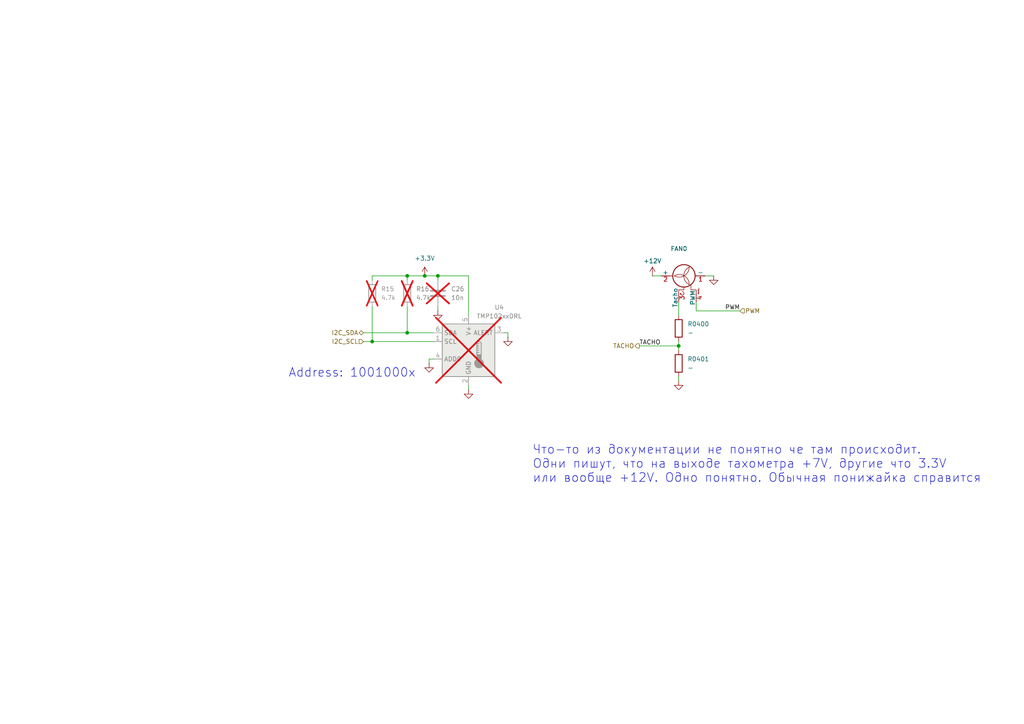
<source format=kicad_sch>
(kicad_sch
	(version 20250114)
	(generator "eeschema")
	(generator_version "9.0")
	(uuid "b78f7672-c2f5-4b2b-83cf-b7a00e7edb3e")
	(paper "A4")
	(title_block
		(date "2025-02-25")
		(comment 1 "TMP102")
		(comment 2 "Филимонов С.В.")
		(comment 3 "Семеренко Д.А.")
		(comment 4 "Тищенко Л.А.")
	)
	(lib_symbols
		(symbol "Device:C"
			(pin_numbers
				(hide yes)
			)
			(pin_names
				(offset 0.254)
			)
			(exclude_from_sim no)
			(in_bom yes)
			(on_board yes)
			(property "Reference" "C"
				(at 0.635 2.54 0)
				(effects
					(font
						(size 1.27 1.27)
					)
					(justify left)
				)
			)
			(property "Value" "C"
				(at 0.635 -2.54 0)
				(effects
					(font
						(size 1.27 1.27)
					)
					(justify left)
				)
			)
			(property "Footprint" ""
				(at 0.9652 -3.81 0)
				(effects
					(font
						(size 1.27 1.27)
					)
					(hide yes)
				)
			)
			(property "Datasheet" "~"
				(at 0 0 0)
				(effects
					(font
						(size 1.27 1.27)
					)
					(hide yes)
				)
			)
			(property "Description" "Unpolarized capacitor"
				(at 0 0 0)
				(effects
					(font
						(size 1.27 1.27)
					)
					(hide yes)
				)
			)
			(property "ki_keywords" "cap capacitor"
				(at 0 0 0)
				(effects
					(font
						(size 1.27 1.27)
					)
					(hide yes)
				)
			)
			(property "ki_fp_filters" "C_*"
				(at 0 0 0)
				(effects
					(font
						(size 1.27 1.27)
					)
					(hide yes)
				)
			)
			(symbol "C_0_1"
				(polyline
					(pts
						(xy -2.032 0.762) (xy 2.032 0.762)
					)
					(stroke
						(width 0.508)
						(type default)
					)
					(fill
						(type none)
					)
				)
				(polyline
					(pts
						(xy -2.032 -0.762) (xy 2.032 -0.762)
					)
					(stroke
						(width 0.508)
						(type default)
					)
					(fill
						(type none)
					)
				)
			)
			(symbol "C_1_1"
				(pin passive line
					(at 0 3.81 270)
					(length 2.794)
					(name "~"
						(effects
							(font
								(size 1.27 1.27)
							)
						)
					)
					(number "1"
						(effects
							(font
								(size 1.27 1.27)
							)
						)
					)
				)
				(pin passive line
					(at 0 -3.81 90)
					(length 2.794)
					(name "~"
						(effects
							(font
								(size 1.27 1.27)
							)
						)
					)
					(number "2"
						(effects
							(font
								(size 1.27 1.27)
							)
						)
					)
				)
			)
			(embedded_fonts no)
		)
		(symbol "Device:R"
			(pin_numbers
				(hide yes)
			)
			(pin_names
				(offset 0)
			)
			(exclude_from_sim no)
			(in_bom yes)
			(on_board yes)
			(property "Reference" "R"
				(at 2.032 0 90)
				(effects
					(font
						(size 1.27 1.27)
					)
				)
			)
			(property "Value" "R"
				(at 0 0 90)
				(effects
					(font
						(size 1.27 1.27)
					)
				)
			)
			(property "Footprint" ""
				(at -1.778 0 90)
				(effects
					(font
						(size 1.27 1.27)
					)
					(hide yes)
				)
			)
			(property "Datasheet" "~"
				(at 0 0 0)
				(effects
					(font
						(size 1.27 1.27)
					)
					(hide yes)
				)
			)
			(property "Description" "Resistor"
				(at 0 0 0)
				(effects
					(font
						(size 1.27 1.27)
					)
					(hide yes)
				)
			)
			(property "ki_keywords" "R res resistor"
				(at 0 0 0)
				(effects
					(font
						(size 1.27 1.27)
					)
					(hide yes)
				)
			)
			(property "ki_fp_filters" "R_*"
				(at 0 0 0)
				(effects
					(font
						(size 1.27 1.27)
					)
					(hide yes)
				)
			)
			(symbol "R_0_1"
				(rectangle
					(start -1.016 -2.54)
					(end 1.016 2.54)
					(stroke
						(width 0.254)
						(type default)
					)
					(fill
						(type none)
					)
				)
			)
			(symbol "R_1_1"
				(pin passive line
					(at 0 3.81 270)
					(length 1.27)
					(name "~"
						(effects
							(font
								(size 1.27 1.27)
							)
						)
					)
					(number "1"
						(effects
							(font
								(size 1.27 1.27)
							)
						)
					)
				)
				(pin passive line
					(at 0 -3.81 90)
					(length 1.27)
					(name "~"
						(effects
							(font
								(size 1.27 1.27)
							)
						)
					)
					(number "2"
						(effects
							(font
								(size 1.27 1.27)
							)
						)
					)
				)
			)
			(embedded_fonts no)
		)
		(symbol "Motor:Fan_CPU_4pin"
			(pin_names
				(offset 0)
			)
			(exclude_from_sim no)
			(in_bom yes)
			(on_board yes)
			(property "Reference" "M"
				(at 2.54 5.08 0)
				(effects
					(font
						(size 1.27 1.27)
					)
					(justify left)
				)
			)
			(property "Value" "Fan_CPU_4pin"
				(at 2.54 -2.54 0)
				(effects
					(font
						(size 1.27 1.27)
					)
					(justify left top)
				)
			)
			(property "Footprint" ""
				(at 0 0.254 0)
				(effects
					(font
						(size 1.27 1.27)
					)
					(hide yes)
				)
			)
			(property "Datasheet" "http://www.formfactors.org/developer%5Cspecs%5Crev1_2_public.pdf"
				(at 0 0.254 0)
				(effects
					(font
						(size 1.27 1.27)
					)
					(hide yes)
				)
			)
			(property "Description" "CPU Fan, tacho output, PWM input, 4-pin connector"
				(at 0 0 0)
				(effects
					(font
						(size 1.27 1.27)
					)
					(hide yes)
				)
			)
			(property "ki_keywords" "Fan Motor tacho PWM"
				(at 0 0 0)
				(effects
					(font
						(size 1.27 1.27)
					)
					(hide yes)
				)
			)
			(property "ki_fp_filters" "FanPinHeader*P2.54mm*Vertical* PinHeader*P2.54mm*Vertical* TerminalBlock*"
				(at 0 0 0)
				(effects
					(font
						(size 1.27 1.27)
					)
					(hide yes)
				)
			)
			(symbol "Fan_CPU_4pin_0_0"
				(polyline
					(pts
						(xy -5.08 2.032) (xy -5.334 2.159)
					)
					(stroke
						(width 0)
						(type default)
					)
					(fill
						(type none)
					)
				)
				(polyline
					(pts
						(xy -5.08 2.032) (xy -5.207 1.778)
					)
					(stroke
						(width 0)
						(type default)
					)
					(fill
						(type none)
					)
				)
				(arc
					(start -4.572 1.524)
					(mid -5.08 1.0182)
					(end -5.588 1.524)
					(stroke
						(width 0)
						(type default)
					)
					(fill
						(type none)
					)
				)
				(arc
					(start -5.588 1.524)
					(mid -5.4392 1.8832)
					(end -5.08 2.032)
					(stroke
						(width 0)
						(type default)
					)
					(fill
						(type none)
					)
				)
				(polyline
					(pts
						(xy -4.064 2.54) (xy -4.064 1.016) (xy -3.302 1.016)
					)
					(stroke
						(width 0)
						(type default)
					)
					(fill
						(type none)
					)
				)
			)
			(symbol "Fan_CPU_4pin_0_1"
				(polyline
					(pts
						(xy -5.334 -3.302) (xy -5.08 -3.302) (xy -5.08 -3.048) (xy -4.826 -3.048) (xy -4.826 -3.302) (xy -4.318 -3.302)
						(xy -4.318 -3.048) (xy -4.064 -3.048) (xy -4.064 -3.302) (xy -3.556 -3.302)
					)
					(stroke
						(width 0)
						(type default)
					)
					(fill
						(type none)
					)
				)
				(polyline
					(pts
						(xy -4.064 2.54) (xy -5.08 2.54)
					)
					(stroke
						(width 0)
						(type default)
					)
					(fill
						(type none)
					)
				)
				(polyline
					(pts
						(xy -2.54 -1.016) (xy -4.064 -1.016) (xy -4.064 -2.54) (xy -5.08 -2.54)
					)
					(stroke
						(width 0)
						(type default)
					)
					(fill
						(type none)
					)
				)
				(arc
					(start 0 3.81)
					(mid -0.0015 0.9048)
					(end -2.54 -0.508)
					(stroke
						(width 0)
						(type default)
					)
					(fill
						(type none)
					)
				)
				(polyline
					(pts
						(xy 0 4.572) (xy 0 5.08)
					)
					(stroke
						(width 0)
						(type default)
					)
					(fill
						(type none)
					)
				)
				(polyline
					(pts
						(xy 0 4.2672) (xy 0 4.6228)
					)
					(stroke
						(width 0)
						(type default)
					)
					(fill
						(type none)
					)
				)
				(circle
					(center 0 1.016)
					(radius 3.2512)
					(stroke
						(width 0.254)
						(type default)
					)
					(fill
						(type none)
					)
				)
				(arc
					(start -2.54 -0.508)
					(mid 0 1.0618)
					(end 2.54 -0.508)
					(stroke
						(width 0)
						(type default)
					)
					(fill
						(type none)
					)
				)
				(polyline
					(pts
						(xy 0 -2.2352) (xy 0 -2.6416)
					)
					(stroke
						(width 0)
						(type default)
					)
					(fill
						(type none)
					)
				)
				(polyline
					(pts
						(xy 0 -5.08) (xy 0 -4.572)
					)
					(stroke
						(width 0)
						(type default)
					)
					(fill
						(type none)
					)
				)
				(arc
					(start 2.54 -0.508)
					(mid 0.047 0.9315)
					(end 0 3.81)
					(stroke
						(width 0)
						(type default)
					)
					(fill
						(type none)
					)
				)
			)
			(symbol "Fan_CPU_4pin_1_1"
				(pin passive line
					(at -7.62 2.54 0)
					(length 2.54)
					(name "Tacho"
						(effects
							(font
								(size 1.27 1.27)
							)
						)
					)
					(number "3"
						(effects
							(font
								(size 1.27 1.27)
							)
						)
					)
				)
				(pin input line
					(at -7.62 -2.54 0)
					(length 2.54)
					(name "PWM"
						(effects
							(font
								(size 1.27 1.27)
							)
						)
					)
					(number "4"
						(effects
							(font
								(size 1.27 1.27)
							)
						)
					)
				)
				(pin passive line
					(at 0 7.62 270)
					(length 2.54)
					(name "+"
						(effects
							(font
								(size 1.27 1.27)
							)
						)
					)
					(number "2"
						(effects
							(font
								(size 1.27 1.27)
							)
						)
					)
				)
				(pin passive line
					(at 0 -5.08 90)
					(length 2.54)
					(name "-"
						(effects
							(font
								(size 1.27 1.27)
							)
						)
					)
					(number "1"
						(effects
							(font
								(size 1.27 1.27)
							)
						)
					)
				)
			)
			(embedded_fonts no)
		)
		(symbol "Sensor_Temperature:TMP102xxDRL"
			(exclude_from_sim no)
			(in_bom yes)
			(on_board yes)
			(property "Reference" "U"
				(at -2.54 10.795 0)
				(effects
					(font
						(size 1.27 1.27)
					)
					(justify right)
				)
			)
			(property "Value" "TMP102xxDRL"
				(at -2.54 8.89 0)
				(effects
					(font
						(size 1.27 1.27)
					)
					(justify right)
				)
			)
			(property "Footprint" "Package_TO_SOT_SMD:SOT-563"
				(at 1.27 -8.89 0)
				(effects
					(font
						(size 1.27 1.27)
					)
					(justify left)
					(hide yes)
				)
			)
			(property "Datasheet" "https://www.ti.com/lit/ds/symlink/tmp102.pdf"
				(at 1.27 -11.43 0)
				(effects
					(font
						(size 1.27 1.27)
					)
					(justify left)
					(hide yes)
				)
			)
			(property "Description" "Digital Temperature Sensor, +/- 3 °C, low-Power, SMBus, 12 bit, Two-Wire Serial Interface, SOT-563"
				(at 0 0 0)
				(effects
					(font
						(size 1.27 1.27)
					)
					(hide yes)
				)
			)
			(property "ki_keywords" "digital temperature sensor i2c smbus"
				(at 0 0 0)
				(effects
					(font
						(size 1.27 1.27)
					)
					(hide yes)
				)
			)
			(property "ki_fp_filters" "SOT?563*"
				(at 0 0 0)
				(effects
					(font
						(size 1.27 1.27)
					)
					(hide yes)
				)
			)
			(symbol "TMP102xxDRL_0_1"
				(rectangle
					(start -7.62 7.62)
					(end 7.62 -7.62)
					(stroke
						(width 0.254)
						(type default)
					)
					(fill
						(type background)
					)
				)
			)
			(symbol "TMP102xxDRL_1_1"
				(polyline
					(pts
						(xy 2.413 1.905) (xy 2.413 -1.27)
					)
					(stroke
						(width 0.254)
						(type default)
					)
					(fill
						(type none)
					)
				)
				(polyline
					(pts
						(xy 2.413 1.905) (xy 3.048 1.905)
					)
					(stroke
						(width 0.254)
						(type default)
					)
					(fill
						(type none)
					)
				)
				(polyline
					(pts
						(xy 2.413 1.27) (xy 3.048 1.27)
					)
					(stroke
						(width 0.254)
						(type default)
					)
					(fill
						(type none)
					)
				)
				(polyline
					(pts
						(xy 2.413 0.635) (xy 3.048 0.635)
					)
					(stroke
						(width 0.254)
						(type default)
					)
					(fill
						(type none)
					)
				)
				(polyline
					(pts
						(xy 2.413 0) (xy 3.048 0)
					)
					(stroke
						(width 0.254)
						(type default)
					)
					(fill
						(type none)
					)
				)
				(polyline
					(pts
						(xy 2.413 -0.635) (xy 3.048 -0.635)
					)
					(stroke
						(width 0.254)
						(type default)
					)
					(fill
						(type none)
					)
				)
				(arc
					(start 2.413 1.905)
					(mid 3.048 2.5373)
					(end 3.683 1.905)
					(stroke
						(width 0.254)
						(type default)
					)
					(fill
						(type none)
					)
				)
				(circle
					(center 3.048 -3.81)
					(radius 1.27)
					(stroke
						(width 0.254)
						(type default)
					)
					(fill
						(type outline)
					)
				)
				(polyline
					(pts
						(xy 3.683 1.905) (xy 3.683 -1.27)
					)
					(stroke
						(width 0.254)
						(type default)
					)
					(fill
						(type none)
					)
				)
				(rectangle
					(start 3.683 -3.175)
					(end 2.413 -1.27)
					(stroke
						(width 0.254)
						(type default)
					)
					(fill
						(type outline)
					)
				)
				(pin bidirectional line
					(at -10.16 5.08 0)
					(length 2.54)
					(name "SDA"
						(effects
							(font
								(size 1.27 1.27)
							)
						)
					)
					(number "6"
						(effects
							(font
								(size 1.27 1.27)
							)
						)
					)
				)
				(pin input line
					(at -10.16 2.54 0)
					(length 2.54)
					(name "SCL"
						(effects
							(font
								(size 1.27 1.27)
							)
						)
					)
					(number "1"
						(effects
							(font
								(size 1.27 1.27)
							)
						)
					)
				)
				(pin input line
					(at -10.16 -2.54 0)
					(length 2.54)
					(name "ADD0"
						(effects
							(font
								(size 1.27 1.27)
							)
						)
					)
					(number "4"
						(effects
							(font
								(size 1.27 1.27)
							)
						)
					)
				)
				(pin power_in line
					(at 0 10.16 270)
					(length 2.54)
					(name "V+"
						(effects
							(font
								(size 1.27 1.27)
							)
						)
					)
					(number "5"
						(effects
							(font
								(size 1.27 1.27)
							)
						)
					)
				)
				(pin power_in line
					(at 0 -10.16 90)
					(length 2.54)
					(name "GND"
						(effects
							(font
								(size 1.27 1.27)
							)
						)
					)
					(number "2"
						(effects
							(font
								(size 1.27 1.27)
							)
						)
					)
				)
				(pin open_collector line
					(at 10.16 5.08 180)
					(length 2.54)
					(name "ALERT"
						(effects
							(font
								(size 1.27 1.27)
							)
						)
					)
					(number "3"
						(effects
							(font
								(size 1.27 1.27)
							)
						)
					)
				)
			)
			(embedded_fonts no)
		)
		(symbol "power:+12V"
			(power)
			(pin_numbers
				(hide yes)
			)
			(pin_names
				(offset 0)
				(hide yes)
			)
			(exclude_from_sim no)
			(in_bom yes)
			(on_board yes)
			(property "Reference" "#PWR"
				(at 0 -3.81 0)
				(effects
					(font
						(size 1.27 1.27)
					)
					(hide yes)
				)
			)
			(property "Value" "+12V"
				(at 0 3.556 0)
				(effects
					(font
						(size 1.27 1.27)
					)
				)
			)
			(property "Footprint" ""
				(at 0 0 0)
				(effects
					(font
						(size 1.27 1.27)
					)
					(hide yes)
				)
			)
			(property "Datasheet" ""
				(at 0 0 0)
				(effects
					(font
						(size 1.27 1.27)
					)
					(hide yes)
				)
			)
			(property "Description" "Power symbol creates a global label with name \"+12V\""
				(at 0 0 0)
				(effects
					(font
						(size 1.27 1.27)
					)
					(hide yes)
				)
			)
			(property "ki_keywords" "global power"
				(at 0 0 0)
				(effects
					(font
						(size 1.27 1.27)
					)
					(hide yes)
				)
			)
			(symbol "+12V_0_1"
				(polyline
					(pts
						(xy -0.762 1.27) (xy 0 2.54)
					)
					(stroke
						(width 0)
						(type default)
					)
					(fill
						(type none)
					)
				)
				(polyline
					(pts
						(xy 0 2.54) (xy 0.762 1.27)
					)
					(stroke
						(width 0)
						(type default)
					)
					(fill
						(type none)
					)
				)
				(polyline
					(pts
						(xy 0 0) (xy 0 2.54)
					)
					(stroke
						(width 0)
						(type default)
					)
					(fill
						(type none)
					)
				)
			)
			(symbol "+12V_1_1"
				(pin power_in line
					(at 0 0 90)
					(length 0)
					(name "~"
						(effects
							(font
								(size 1.27 1.27)
							)
						)
					)
					(number "1"
						(effects
							(font
								(size 1.27 1.27)
							)
						)
					)
				)
			)
			(embedded_fonts no)
		)
		(symbol "power:+3.3V"
			(power)
			(pin_numbers
				(hide yes)
			)
			(pin_names
				(offset 0)
				(hide yes)
			)
			(exclude_from_sim no)
			(in_bom yes)
			(on_board yes)
			(property "Reference" "#PWR"
				(at 0 -3.81 0)
				(effects
					(font
						(size 1.27 1.27)
					)
					(hide yes)
				)
			)
			(property "Value" "+3.3V"
				(at 0 3.556 0)
				(effects
					(font
						(size 1.27 1.27)
					)
				)
			)
			(property "Footprint" ""
				(at 0 0 0)
				(effects
					(font
						(size 1.27 1.27)
					)
					(hide yes)
				)
			)
			(property "Datasheet" ""
				(at 0 0 0)
				(effects
					(font
						(size 1.27 1.27)
					)
					(hide yes)
				)
			)
			(property "Description" "Power symbol creates a global label with name \"+3.3V\""
				(at 0 0 0)
				(effects
					(font
						(size 1.27 1.27)
					)
					(hide yes)
				)
			)
			(property "ki_keywords" "global power"
				(at 0 0 0)
				(effects
					(font
						(size 1.27 1.27)
					)
					(hide yes)
				)
			)
			(symbol "+3.3V_0_1"
				(polyline
					(pts
						(xy -0.762 1.27) (xy 0 2.54)
					)
					(stroke
						(width 0)
						(type default)
					)
					(fill
						(type none)
					)
				)
				(polyline
					(pts
						(xy 0 2.54) (xy 0.762 1.27)
					)
					(stroke
						(width 0)
						(type default)
					)
					(fill
						(type none)
					)
				)
				(polyline
					(pts
						(xy 0 0) (xy 0 2.54)
					)
					(stroke
						(width 0)
						(type default)
					)
					(fill
						(type none)
					)
				)
			)
			(symbol "+3.3V_1_1"
				(pin power_in line
					(at 0 0 90)
					(length 0)
					(name "~"
						(effects
							(font
								(size 1.27 1.27)
							)
						)
					)
					(number "1"
						(effects
							(font
								(size 1.27 1.27)
							)
						)
					)
				)
			)
			(embedded_fonts no)
		)
		(symbol "power:GND"
			(power)
			(pin_numbers
				(hide yes)
			)
			(pin_names
				(offset 0)
				(hide yes)
			)
			(exclude_from_sim no)
			(in_bom yes)
			(on_board yes)
			(property "Reference" "#PWR"
				(at 0 -6.35 0)
				(effects
					(font
						(size 1.27 1.27)
					)
					(hide yes)
				)
			)
			(property "Value" "GND"
				(at 0 -3.81 0)
				(effects
					(font
						(size 1.27 1.27)
					)
				)
			)
			(property "Footprint" ""
				(at 0 0 0)
				(effects
					(font
						(size 1.27 1.27)
					)
					(hide yes)
				)
			)
			(property "Datasheet" ""
				(at 0 0 0)
				(effects
					(font
						(size 1.27 1.27)
					)
					(hide yes)
				)
			)
			(property "Description" "Power symbol creates a global label with name \"GND\" , ground"
				(at 0 0 0)
				(effects
					(font
						(size 1.27 1.27)
					)
					(hide yes)
				)
			)
			(property "ki_keywords" "global power"
				(at 0 0 0)
				(effects
					(font
						(size 1.27 1.27)
					)
					(hide yes)
				)
			)
			(symbol "GND_0_1"
				(polyline
					(pts
						(xy 0 0) (xy 0 -1.27) (xy 1.27 -1.27) (xy 0 -2.54) (xy -1.27 -1.27) (xy 0 -1.27)
					)
					(stroke
						(width 0)
						(type default)
					)
					(fill
						(type none)
					)
				)
			)
			(symbol "GND_1_1"
				(pin power_in line
					(at 0 0 270)
					(length 0)
					(name "~"
						(effects
							(font
								(size 1.27 1.27)
							)
						)
					)
					(number "1"
						(effects
							(font
								(size 1.27 1.27)
							)
						)
					)
				)
			)
			(embedded_fonts no)
		)
	)
	(text "Address: 1001000x"
		(exclude_from_sim no)
		(at 102.108 108.204 0)
		(effects
			(font
				(size 2.54 2.54)
			)
		)
		(uuid "0e12721d-bc49-4af6-b935-3c1b226df96f")
	)
	(text "Что-то из документации не понятно че там происходит.\nОдни пишут, что на выходе тахометра +7V, другие что 3.3V\nили вообще +12V. Одно понятно. Обычная понижайка справится"
		(exclude_from_sim no)
		(at 154.432 134.62 0)
		(effects
			(font
				(size 2.54 2.54)
			)
			(justify left)
		)
		(uuid "e7373ce0-8855-4650-a6ea-3592558d9f24")
	)
	(junction
		(at 196.85 100.33)
		(diameter 0)
		(color 0 0 0 0)
		(uuid "08572492-674c-47fb-9388-fda7bd5eb92b")
	)
	(junction
		(at 118.11 96.52)
		(diameter 0)
		(color 0 0 0 0)
		(uuid "0ff570a8-fe4d-4d62-978f-775823f83b9b")
	)
	(junction
		(at 118.11 80.01)
		(diameter 0)
		(color 0 0 0 0)
		(uuid "3ead551b-dfcc-47df-a1c9-831712ee3eeb")
	)
	(junction
		(at 127 80.01)
		(diameter 0)
		(color 0 0 0 0)
		(uuid "82b26206-b184-4dbc-b7ab-b59327e03201")
	)
	(junction
		(at 107.95 99.06)
		(diameter 0)
		(color 0 0 0 0)
		(uuid "a2bdf7cf-2308-4455-b118-636280fa27d5")
	)
	(junction
		(at 123.19 80.01)
		(diameter 0)
		(color 0 0 0 0)
		(uuid "c359d756-a941-4282-ae2f-98b2eb5f5bc9")
	)
	(wire
		(pts
			(xy 201.93 87.63) (xy 201.93 90.17)
		)
		(stroke
			(width 0)
			(type default)
		)
		(uuid "02f88f3b-d464-42fe-a1ff-1aedec460a1e")
	)
	(wire
		(pts
			(xy 196.85 87.63) (xy 196.85 91.44)
		)
		(stroke
			(width 0)
			(type default)
		)
		(uuid "054f5315-bda6-4c9c-8f5a-3a5113581f7f")
	)
	(wire
		(pts
			(xy 118.11 80.01) (xy 107.95 80.01)
		)
		(stroke
			(width 0)
			(type default)
		)
		(uuid "2704a70e-037c-4d67-a9ae-913837cc3026")
	)
	(wire
		(pts
			(xy 147.32 97.79) (xy 147.32 96.52)
		)
		(stroke
			(width 0)
			(type default)
		)
		(uuid "2e0c7d3d-7e51-4ea5-b3c3-767eeac8f2d2")
	)
	(wire
		(pts
			(xy 127 80.01) (xy 127 81.28)
		)
		(stroke
			(width 0)
			(type default)
		)
		(uuid "37639726-aa15-40c0-802c-975fcb7ee4e6")
	)
	(wire
		(pts
			(xy 118.11 80.01) (xy 118.11 81.28)
		)
		(stroke
			(width 0)
			(type default)
		)
		(uuid "382ea3ce-5291-4b44-a9a7-d4b6277e47ee")
	)
	(wire
		(pts
			(xy 189.23 80.01) (xy 191.77 80.01)
		)
		(stroke
			(width 0)
			(type default)
		)
		(uuid "40109ecd-d9bc-4636-a9fc-e011cc1ac748")
	)
	(wire
		(pts
			(xy 201.93 90.17) (xy 214.63 90.17)
		)
		(stroke
			(width 0)
			(type default)
		)
		(uuid "477871a4-1533-4caf-86bd-bdff33a012f5")
	)
	(wire
		(pts
			(xy 124.46 104.14) (xy 125.73 104.14)
		)
		(stroke
			(width 0)
			(type default)
		)
		(uuid "48009040-77b6-4755-a14a-fdaef147a3ef")
	)
	(wire
		(pts
			(xy 107.95 99.06) (xy 125.73 99.06)
		)
		(stroke
			(width 0)
			(type default)
		)
		(uuid "6da3a199-b4b1-4acb-9340-774936d0cd42")
	)
	(wire
		(pts
			(xy 107.95 88.9) (xy 107.95 99.06)
		)
		(stroke
			(width 0)
			(type default)
		)
		(uuid "715c6920-726b-41c0-9787-c5cb922ce25d")
	)
	(wire
		(pts
			(xy 105.41 99.06) (xy 107.95 99.06)
		)
		(stroke
			(width 0)
			(type default)
		)
		(uuid "7985e6be-0c1e-4bb7-9c39-042ad547dcd8")
	)
	(wire
		(pts
			(xy 123.19 80.01) (xy 118.11 80.01)
		)
		(stroke
			(width 0)
			(type default)
		)
		(uuid "80149df3-36ca-4893-ab95-50f6d224ee4c")
	)
	(wire
		(pts
			(xy 105.41 96.52) (xy 118.11 96.52)
		)
		(stroke
			(width 0)
			(type default)
		)
		(uuid "92137d92-f0f3-4169-88b5-9c88bd57a464")
	)
	(wire
		(pts
			(xy 135.89 111.76) (xy 135.89 113.03)
		)
		(stroke
			(width 0)
			(type default)
		)
		(uuid "93213840-c78b-4574-b5c1-2842cfae08a9")
	)
	(wire
		(pts
			(xy 135.89 91.44) (xy 135.89 80.01)
		)
		(stroke
			(width 0)
			(type default)
		)
		(uuid "93bfb814-2908-444a-b41b-0e540bcb8961")
	)
	(wire
		(pts
			(xy 196.85 99.06) (xy 196.85 100.33)
		)
		(stroke
			(width 0)
			(type default)
		)
		(uuid "9c7205e5-163f-40b7-9a63-3d7aef7680bb")
	)
	(wire
		(pts
			(xy 135.89 80.01) (xy 127 80.01)
		)
		(stroke
			(width 0)
			(type default)
		)
		(uuid "a98f420d-2347-4aa9-90ad-8c66f6d59150")
	)
	(wire
		(pts
			(xy 204.47 80.01) (xy 207.01 80.01)
		)
		(stroke
			(width 0)
			(type default)
		)
		(uuid "adb80230-1cb0-4262-8244-ee84236f4a4e")
	)
	(wire
		(pts
			(xy 196.85 109.22) (xy 196.85 110.49)
		)
		(stroke
			(width 0)
			(type default)
		)
		(uuid "b86f9214-d8ab-46b8-9867-9624778bb07f")
	)
	(wire
		(pts
			(xy 185.42 100.33) (xy 196.85 100.33)
		)
		(stroke
			(width 0)
			(type default)
		)
		(uuid "be8853e9-b461-4f6d-b43d-51c22b2bf9f9")
	)
	(wire
		(pts
			(xy 147.32 96.52) (xy 146.05 96.52)
		)
		(stroke
			(width 0)
			(type default)
		)
		(uuid "c5c53d9a-8a4d-492e-8041-961dc77a3bba")
	)
	(wire
		(pts
			(xy 196.85 100.33) (xy 196.85 101.6)
		)
		(stroke
			(width 0)
			(type default)
		)
		(uuid "cb54ce96-4a50-4027-b2af-eac225e74a75")
	)
	(wire
		(pts
			(xy 107.95 80.01) (xy 107.95 81.28)
		)
		(stroke
			(width 0)
			(type default)
		)
		(uuid "d01309e7-768d-4a86-872e-57c00e315169")
	)
	(wire
		(pts
			(xy 118.11 88.9) (xy 118.11 96.52)
		)
		(stroke
			(width 0)
			(type default)
		)
		(uuid "d154e109-deef-40be-9e1e-856695d091bc")
	)
	(wire
		(pts
			(xy 124.46 105.41) (xy 124.46 104.14)
		)
		(stroke
			(width 0)
			(type default)
		)
		(uuid "d392ed64-b668-49f1-b7c3-ee1606ed2950")
	)
	(wire
		(pts
			(xy 127 80.01) (xy 123.19 80.01)
		)
		(stroke
			(width 0)
			(type default)
		)
		(uuid "d864f57b-6e28-44de-8d0c-33be659e820b")
	)
	(wire
		(pts
			(xy 127 88.9) (xy 127 90.17)
		)
		(stroke
			(width 0)
			(type default)
		)
		(uuid "f235ded1-5ff2-44a6-8ae6-b9cb874c838b")
	)
	(wire
		(pts
			(xy 118.11 96.52) (xy 125.73 96.52)
		)
		(stroke
			(width 0)
			(type default)
		)
		(uuid "f37488be-081b-47ae-9262-04399ea8cd06")
	)
	(label "PWM"
		(at 214.63 90.17 180)
		(effects
			(font
				(size 1.27 1.27)
			)
			(justify right bottom)
		)
		(uuid "7e8352e0-c9bb-4482-bb5a-3f79f6d7d3de")
	)
	(label "TACHO"
		(at 185.42 100.33 0)
		(effects
			(font
				(size 1.27 1.27)
			)
			(justify left bottom)
		)
		(uuid "cfc8bcea-f02e-483d-9508-bafab9ee042c")
	)
	(hierarchical_label "PWM"
		(shape input)
		(at 214.63 90.17 0)
		(effects
			(font
				(size 1.27 1.27)
			)
			(justify left)
		)
		(uuid "3208f3ec-a322-46ff-bcc4-c51672b41b43")
	)
	(hierarchical_label "I2C_SCL"
		(shape input)
		(at 105.41 99.06 180)
		(effects
			(font
				(size 1.27 1.27)
			)
			(justify right)
		)
		(uuid "8add4de3-34bf-4501-9011-a66c45ce9140")
	)
	(hierarchical_label "I2C_SDA"
		(shape bidirectional)
		(at 105.41 96.52 180)
		(effects
			(font
				(size 1.27 1.27)
			)
			(justify right)
		)
		(uuid "a843f0b5-a485-485a-af24-7562d475a5b0")
	)
	(hierarchical_label "TACHO"
		(shape output)
		(at 185.42 100.33 180)
		(effects
			(font
				(size 1.27 1.27)
			)
			(justify right)
		)
		(uuid "e7183c05-e6ff-4373-b45d-1caa40451ef3")
	)
	(symbol
		(lib_id "Device:R")
		(at 107.95 85.09 0)
		(unit 1)
		(exclude_from_sim yes)
		(in_bom no)
		(on_board no)
		(dnp yes)
		(fields_autoplaced yes)
		(uuid "39663854-4a25-4111-af4d-69dbfdb5fd55")
		(property "Reference" "R15"
			(at 110.49 83.8199 0)
			(effects
				(font
					(size 1.27 1.27)
				)
				(justify left)
			)
		)
		(property "Value" "4.7k"
			(at 110.49 86.3599 0)
			(effects
				(font
					(size 1.27 1.27)
				)
				(justify left)
			)
		)
		(property "Footprint" "Resistor_SMD:R_0805_2012Metric"
			(at 106.172 85.09 90)
			(effects
				(font
					(size 1.27 1.27)
				)
				(hide yes)
			)
		)
		(property "Datasheet" "~"
			(at 107.95 85.09 0)
			(effects
				(font
					(size 1.27 1.27)
				)
				(hide yes)
			)
		)
		(property "Description" "Resistor"
			(at 107.95 85.09 0)
			(effects
				(font
					(size 1.27 1.27)
				)
				(hide yes)
			)
		)
		(pin "2"
			(uuid "c8c5d869-cabf-4b66-8a28-59cfc4493e13")
		)
		(pin "1"
			(uuid "9f0515ae-e879-45d7-99ca-1962d350ac89")
		)
		(instances
			(project "MasterBoard"
				(path "/97e8f341-b455-4614-ab7f-cc310164e7aa/c42b4888-b871-46c0-9d59-6fc9dc24c285"
					(reference "R15")
					(unit 1)
				)
			)
		)
	)
	(symbol
		(lib_id "Sensor_Temperature:TMP102xxDRL")
		(at 135.89 101.6 0)
		(unit 1)
		(exclude_from_sim yes)
		(in_bom no)
		(on_board no)
		(dnp yes)
		(uuid "452f5379-29d0-4b9f-9b09-ef29d013ba66")
		(property "Reference" "U4"
			(at 144.78 89.154 0)
			(effects
				(font
					(size 1.27 1.27)
				)
			)
		)
		(property "Value" "TMP102xxDRL"
			(at 144.78 91.694 0)
			(effects
				(font
					(size 1.27 1.27)
				)
			)
		)
		(property "Footprint" "Package_TO_SOT_SMD:SOT-563"
			(at 137.16 110.49 0)
			(effects
				(font
					(size 1.27 1.27)
				)
				(justify left)
				(hide yes)
			)
		)
		(property "Datasheet" "https://static.chipdip.ru/lib/207/DOC035207216.pdf"
			(at 137.16 113.03 0)
			(effects
				(font
					(size 1.27 1.27)
				)
				(justify left)
				(hide yes)
			)
		)
		(property "Description" "Digital Temperature Sensor, +/- 3 °C, low-Power, SMBus, 12 bit, Two-Wire Serial Interface, SOT-563"
			(at 135.89 101.6 0)
			(effects
				(font
					(size 1.27 1.27)
				)
				(hide yes)
			)
		)
		(pin "4"
			(uuid "5c591fe7-64a6-4731-bfc6-12a7e26b88c6")
		)
		(pin "3"
			(uuid "89ffb52f-404d-4054-8f16-08a9046f9858")
		)
		(pin "6"
			(uuid "6afbf6f2-9c07-4509-838f-a20b9232d388")
		)
		(pin "1"
			(uuid "faa20a2f-18cd-448f-b238-5adcd7d10444")
		)
		(pin "5"
			(uuid "bb79dea4-f902-45ef-b0ed-3b5bc3cf57c7")
		)
		(pin "2"
			(uuid "f044b412-5e4c-4dbb-9eb6-83a2fff2d941")
		)
		(instances
			(project "MasterBoard"
				(path "/97e8f341-b455-4614-ab7f-cc310164e7aa/c42b4888-b871-46c0-9d59-6fc9dc24c285"
					(reference "U4")
					(unit 1)
				)
			)
		)
	)
	(symbol
		(lib_id "Device:R")
		(at 196.85 105.41 180)
		(unit 1)
		(exclude_from_sim no)
		(in_bom yes)
		(on_board yes)
		(dnp no)
		(fields_autoplaced yes)
		(uuid "4c91fbc8-3dca-4977-a2f5-0a1ff48c6ae6")
		(property "Reference" "R0401"
			(at 199.39 104.1399 0)
			(effects
				(font
					(size 1.27 1.27)
				)
				(justify right)
			)
		)
		(property "Value" "-"
			(at 199.39 106.6799 0)
			(effects
				(font
					(size 1.27 1.27)
				)
				(justify right)
			)
		)
		(property "Footprint" "Resistor_SMD:R_0805_2012Metric"
			(at 198.628 105.41 90)
			(effects
				(font
					(size 1.27 1.27)
				)
				(hide yes)
			)
		)
		(property "Datasheet" "~"
			(at 196.85 105.41 0)
			(effects
				(font
					(size 1.27 1.27)
				)
				(hide yes)
			)
		)
		(property "Description" "Resistor"
			(at 196.85 105.41 0)
			(effects
				(font
					(size 1.27 1.27)
				)
				(hide yes)
			)
		)
		(pin "1"
			(uuid "50ae564d-2d36-4d7c-86a8-1d82079be358")
		)
		(pin "2"
			(uuid "c713f26d-7c0d-4833-9cd9-1c1412299fd2")
		)
		(instances
			(project "MasterBoard"
				(path "/97e8f341-b455-4614-ab7f-cc310164e7aa/c42b4888-b871-46c0-9d59-6fc9dc24c285"
					(reference "R0401")
					(unit 1)
				)
			)
		)
	)
	(symbol
		(lib_id "Motor:Fan_CPU_4pin")
		(at 199.39 80.01 90)
		(unit 1)
		(exclude_from_sim no)
		(in_bom yes)
		(on_board yes)
		(dnp no)
		(uuid "4efd6917-12c5-42dd-a4c9-ebc945d4fd1a")
		(property "Reference" "FAN0"
			(at 199.39 72.136 90)
			(effects
				(font
					(size 1.27 1.27)
				)
				(justify left)
			)
		)
		(property "Value" "Fan_CPU_4pin"
			(at 202.438 72.898 90)
			(effects
				(font
					(size 1.27 1.27)
				)
				(justify left)
				(hide yes)
			)
		)
		(property "Footprint" "Connector:FanPinHeader_1x04_P2.54mm_Vertical"
			(at 199.136 80.01 0)
			(effects
				(font
					(size 1.27 1.27)
				)
				(hide yes)
			)
		)
		(property "Datasheet" "http://www.formfactors.org/developer%5Cspecs%5Crev1_2_public.pdf"
			(at 199.136 80.01 0)
			(effects
				(font
					(size 1.27 1.27)
				)
				(hide yes)
			)
		)
		(property "Description" "CPU Fan, tacho output, PWM input, 4-pin connector"
			(at 199.39 80.01 0)
			(effects
				(font
					(size 1.27 1.27)
				)
				(hide yes)
			)
		)
		(pin "4"
			(uuid "a93d03d8-c313-4378-a6d7-04d20070c7df")
		)
		(pin "2"
			(uuid "ca25f972-5c94-4d20-940b-44252615bdc3")
		)
		(pin "1"
			(uuid "8dd51f7f-5998-4eee-b10e-16e4597156d2")
		)
		(pin "3"
			(uuid "07b5a4a6-8d58-4fe1-ae9f-1c7d9fbb49f6")
		)
		(instances
			(project "MasterBoard"
				(path "/97e8f341-b455-4614-ab7f-cc310164e7aa/c42b4888-b871-46c0-9d59-6fc9dc24c285"
					(reference "FAN0")
					(unit 1)
				)
			)
		)
	)
	(symbol
		(lib_id "Device:R")
		(at 196.85 95.25 180)
		(unit 1)
		(exclude_from_sim no)
		(in_bom yes)
		(on_board yes)
		(dnp no)
		(fields_autoplaced yes)
		(uuid "5f3d6108-b5b8-41ef-9cf7-253ec4c9fb3a")
		(property "Reference" "R0400"
			(at 199.39 93.9799 0)
			(effects
				(font
					(size 1.27 1.27)
				)
				(justify right)
			)
		)
		(property "Value" "-"
			(at 199.39 96.5199 0)
			(effects
				(font
					(size 1.27 1.27)
				)
				(justify right)
			)
		)
		(property "Footprint" "Resistor_SMD:R_0805_2012Metric"
			(at 198.628 95.25 90)
			(effects
				(font
					(size 1.27 1.27)
				)
				(hide yes)
			)
		)
		(property "Datasheet" "~"
			(at 196.85 95.25 0)
			(effects
				(font
					(size 1.27 1.27)
				)
				(hide yes)
			)
		)
		(property "Description" "Resistor"
			(at 196.85 95.25 0)
			(effects
				(font
					(size 1.27 1.27)
				)
				(hide yes)
			)
		)
		(pin "1"
			(uuid "9b37eaaa-29f4-4731-96f2-2807184e5958")
		)
		(pin "2"
			(uuid "798bba86-ecc8-4b61-ae5e-5b9b42a0079e")
		)
		(instances
			(project "MasterBoard"
				(path "/97e8f341-b455-4614-ab7f-cc310164e7aa/c42b4888-b871-46c0-9d59-6fc9dc24c285"
					(reference "R0400")
					(unit 1)
				)
			)
		)
	)
	(symbol
		(lib_id "Device:C")
		(at 127 85.09 0)
		(unit 1)
		(exclude_from_sim yes)
		(in_bom no)
		(on_board no)
		(dnp yes)
		(fields_autoplaced yes)
		(uuid "6484727d-f891-40c8-b804-77e9196b78a0")
		(property "Reference" "C26"
			(at 130.81 83.8199 0)
			(effects
				(font
					(size 1.27 1.27)
				)
				(justify left)
			)
		)
		(property "Value" "10n"
			(at 130.81 86.3599 0)
			(effects
				(font
					(size 1.27 1.27)
				)
				(justify left)
			)
		)
		(property "Footprint" "Capacitor_SMD:C_0805_2012Metric"
			(at 127.9652 88.9 0)
			(effects
				(font
					(size 1.27 1.27)
				)
				(hide yes)
			)
		)
		(property "Datasheet" "~"
			(at 127 85.09 0)
			(effects
				(font
					(size 1.27 1.27)
				)
				(hide yes)
			)
		)
		(property "Description" "Unpolarized capacitor"
			(at 127 85.09 0)
			(effects
				(font
					(size 1.27 1.27)
				)
				(hide yes)
			)
		)
		(pin "1"
			(uuid "cf432851-033d-4500-b697-06126e454464")
		)
		(pin "2"
			(uuid "d296eef4-e558-4d37-8fd3-c89f6a861b99")
		)
		(instances
			(project "MasterBoard"
				(path "/97e8f341-b455-4614-ab7f-cc310164e7aa/c42b4888-b871-46c0-9d59-6fc9dc24c285"
					(reference "C26")
					(unit 1)
				)
			)
		)
	)
	(symbol
		(lib_id "power:GND")
		(at 196.85 110.49 0)
		(unit 1)
		(exclude_from_sim no)
		(in_bom yes)
		(on_board yes)
		(dnp no)
		(fields_autoplaced yes)
		(uuid "7463beb9-9a21-4a2f-b149-721577c8deb2")
		(property "Reference" "#PWR0107"
			(at 196.85 116.84 0)
			(effects
				(font
					(size 1.27 1.27)
				)
				(hide yes)
			)
		)
		(property "Value" "GND"
			(at 196.85 115.57 0)
			(effects
				(font
					(size 1.27 1.27)
				)
				(hide yes)
			)
		)
		(property "Footprint" ""
			(at 196.85 110.49 0)
			(effects
				(font
					(size 1.27 1.27)
				)
				(hide yes)
			)
		)
		(property "Datasheet" ""
			(at 196.85 110.49 0)
			(effects
				(font
					(size 1.27 1.27)
				)
				(hide yes)
			)
		)
		(property "Description" "Power symbol creates a global label with name \"GND\" , ground"
			(at 196.85 110.49 0)
			(effects
				(font
					(size 1.27 1.27)
				)
				(hide yes)
			)
		)
		(pin "1"
			(uuid "53c6ef9b-92f1-44eb-a6fe-5d0ce78f4538")
		)
		(instances
			(project "MasterBoard"
				(path "/97e8f341-b455-4614-ab7f-cc310164e7aa/c42b4888-b871-46c0-9d59-6fc9dc24c285"
					(reference "#PWR0107")
					(unit 1)
				)
			)
		)
	)
	(symbol
		(lib_id "power:GND")
		(at 207.01 80.01 0)
		(unit 1)
		(exclude_from_sim no)
		(in_bom yes)
		(on_board yes)
		(dnp no)
		(fields_autoplaced yes)
		(uuid "89138e8b-d13e-462d-8d1e-184be0b17060")
		(property "Reference" "#PWR0108"
			(at 207.01 86.36 0)
			(effects
				(font
					(size 1.27 1.27)
				)
				(hide yes)
			)
		)
		(property "Value" "GND"
			(at 207.01 85.09 0)
			(effects
				(font
					(size 1.27 1.27)
				)
				(hide yes)
			)
		)
		(property "Footprint" ""
			(at 207.01 80.01 0)
			(effects
				(font
					(size 1.27 1.27)
				)
				(hide yes)
			)
		)
		(property "Datasheet" ""
			(at 207.01 80.01 0)
			(effects
				(font
					(size 1.27 1.27)
				)
				(hide yes)
			)
		)
		(property "Description" "Power symbol creates a global label with name \"GND\" , ground"
			(at 207.01 80.01 0)
			(effects
				(font
					(size 1.27 1.27)
				)
				(hide yes)
			)
		)
		(pin "1"
			(uuid "4ab25b10-6356-4675-a5ee-8a284662524d")
		)
		(instances
			(project "MasterBoard"
				(path "/97e8f341-b455-4614-ab7f-cc310164e7aa/c42b4888-b871-46c0-9d59-6fc9dc24c285"
					(reference "#PWR0108")
					(unit 1)
				)
			)
		)
	)
	(symbol
		(lib_id "power:GND")
		(at 147.32 97.79 0)
		(unit 1)
		(exclude_from_sim no)
		(in_bom yes)
		(on_board yes)
		(dnp no)
		(fields_autoplaced yes)
		(uuid "a31cc938-35a3-4762-a969-cf781e3474a4")
		(property "Reference" "#PWR089"
			(at 147.32 104.14 0)
			(effects
				(font
					(size 1.27 1.27)
				)
				(hide yes)
			)
		)
		(property "Value" "GND"
			(at 147.32 102.87 0)
			(effects
				(font
					(size 1.27 1.27)
				)
				(hide yes)
			)
		)
		(property "Footprint" ""
			(at 147.32 97.79 0)
			(effects
				(font
					(size 1.27 1.27)
				)
				(hide yes)
			)
		)
		(property "Datasheet" ""
			(at 147.32 97.79 0)
			(effects
				(font
					(size 1.27 1.27)
				)
				(hide yes)
			)
		)
		(property "Description" "Power symbol creates a global label with name \"GND\" , ground"
			(at 147.32 97.79 0)
			(effects
				(font
					(size 1.27 1.27)
				)
				(hide yes)
			)
		)
		(pin "1"
			(uuid "c7108d48-b3ad-4bb2-9f58-81fd56395956")
		)
		(instances
			(project "MasterBoard"
				(path "/97e8f341-b455-4614-ab7f-cc310164e7aa/c42b4888-b871-46c0-9d59-6fc9dc24c285"
					(reference "#PWR089")
					(unit 1)
				)
			)
		)
	)
	(symbol
		(lib_id "power:GND")
		(at 127 90.17 0)
		(unit 1)
		(exclude_from_sim no)
		(in_bom yes)
		(on_board yes)
		(dnp no)
		(fields_autoplaced yes)
		(uuid "a992dfc1-795e-410a-bccd-fe7615a77704")
		(property "Reference" "#PWR087"
			(at 127 96.52 0)
			(effects
				(font
					(size 1.27 1.27)
				)
				(hide yes)
			)
		)
		(property "Value" "GND"
			(at 127 95.25 0)
			(effects
				(font
					(size 1.27 1.27)
				)
				(hide yes)
			)
		)
		(property "Footprint" ""
			(at 127 90.17 0)
			(effects
				(font
					(size 1.27 1.27)
				)
				(hide yes)
			)
		)
		(property "Datasheet" ""
			(at 127 90.17 0)
			(effects
				(font
					(size 1.27 1.27)
				)
				(hide yes)
			)
		)
		(property "Description" "Power symbol creates a global label with name \"GND\" , ground"
			(at 127 90.17 0)
			(effects
				(font
					(size 1.27 1.27)
				)
				(hide yes)
			)
		)
		(pin "1"
			(uuid "889097c4-8462-4a58-854a-cf55de4caa5a")
		)
		(instances
			(project "MasterBoard"
				(path "/97e8f341-b455-4614-ab7f-cc310164e7aa/c42b4888-b871-46c0-9d59-6fc9dc24c285"
					(reference "#PWR087")
					(unit 1)
				)
			)
		)
	)
	(symbol
		(lib_id "Device:R")
		(at 118.11 85.09 0)
		(unit 1)
		(exclude_from_sim yes)
		(in_bom no)
		(on_board no)
		(dnp yes)
		(fields_autoplaced yes)
		(uuid "ac17b405-60fe-45f0-afb1-8af238470bc3")
		(property "Reference" "R16"
			(at 120.65 83.8199 0)
			(effects
				(font
					(size 1.27 1.27)
				)
				(justify left)
			)
		)
		(property "Value" "4.7k"
			(at 120.65 86.3599 0)
			(effects
				(font
					(size 1.27 1.27)
				)
				(justify left)
			)
		)
		(property "Footprint" "Resistor_SMD:R_0805_2012Metric"
			(at 116.332 85.09 90)
			(effects
				(font
					(size 1.27 1.27)
				)
				(hide yes)
			)
		)
		(property "Datasheet" "~"
			(at 118.11 85.09 0)
			(effects
				(font
					(size 1.27 1.27)
				)
				(hide yes)
			)
		)
		(property "Description" "Resistor"
			(at 118.11 85.09 0)
			(effects
				(font
					(size 1.27 1.27)
				)
				(hide yes)
			)
		)
		(pin "1"
			(uuid "bfea6358-012f-4fd8-af1c-9ac22accaebf")
		)
		(pin "2"
			(uuid "6b015def-2e04-4ca1-bb6f-30c3a6aeead1")
		)
		(instances
			(project "MasterBoard"
				(path "/97e8f341-b455-4614-ab7f-cc310164e7aa/c42b4888-b871-46c0-9d59-6fc9dc24c285"
					(reference "R16")
					(unit 1)
				)
			)
		)
	)
	(symbol
		(lib_id "power:GND")
		(at 124.46 105.41 0)
		(unit 1)
		(exclude_from_sim no)
		(in_bom yes)
		(on_board yes)
		(dnp no)
		(fields_autoplaced yes)
		(uuid "b51cdf91-554a-455b-9ccb-fd1d2f991527")
		(property "Reference" "#PWR082"
			(at 124.46 111.76 0)
			(effects
				(font
					(size 1.27 1.27)
				)
				(hide yes)
			)
		)
		(property "Value" "GND"
			(at 124.46 110.49 0)
			(effects
				(font
					(size 1.27 1.27)
				)
				(hide yes)
			)
		)
		(property "Footprint" ""
			(at 124.46 105.41 0)
			(effects
				(font
					(size 1.27 1.27)
				)
				(hide yes)
			)
		)
		(property "Datasheet" ""
			(at 124.46 105.41 0)
			(effects
				(font
					(size 1.27 1.27)
				)
				(hide yes)
			)
		)
		(property "Description" "Power symbol creates a global label with name \"GND\" , ground"
			(at 124.46 105.41 0)
			(effects
				(font
					(size 1.27 1.27)
				)
				(hide yes)
			)
		)
		(pin "1"
			(uuid "712e7ace-30b3-4901-a3b0-4e97a1922d99")
		)
		(instances
			(project "MasterBoard"
				(path "/97e8f341-b455-4614-ab7f-cc310164e7aa/c42b4888-b871-46c0-9d59-6fc9dc24c285"
					(reference "#PWR082")
					(unit 1)
				)
			)
		)
	)
	(symbol
		(lib_id "power:+12V")
		(at 189.23 80.01 0)
		(unit 1)
		(exclude_from_sim no)
		(in_bom yes)
		(on_board yes)
		(dnp no)
		(fields_autoplaced yes)
		(uuid "d73c5b0e-b7f1-440d-a960-2a3d702c3c09")
		(property "Reference" "#PWR0106"
			(at 189.23 83.82 0)
			(effects
				(font
					(size 1.27 1.27)
				)
				(hide yes)
			)
		)
		(property "Value" "+12V"
			(at 189.23 75.692 0)
			(effects
				(font
					(size 1.27 1.27)
				)
			)
		)
		(property "Footprint" ""
			(at 189.23 80.01 0)
			(effects
				(font
					(size 1.27 1.27)
				)
				(hide yes)
			)
		)
		(property "Datasheet" ""
			(at 189.23 80.01 0)
			(effects
				(font
					(size 1.27 1.27)
				)
				(hide yes)
			)
		)
		(property "Description" "Power symbol creates a global label with name \"+12V\""
			(at 189.23 80.01 0)
			(effects
				(font
					(size 1.27 1.27)
				)
				(hide yes)
			)
		)
		(pin "1"
			(uuid "c8b4f2d0-8791-4861-ac0d-3221075a28db")
		)
		(instances
			(project "MasterBoard"
				(path "/97e8f341-b455-4614-ab7f-cc310164e7aa/c42b4888-b871-46c0-9d59-6fc9dc24c285"
					(reference "#PWR0106")
					(unit 1)
				)
			)
		)
	)
	(symbol
		(lib_id "power:+3.3V")
		(at 123.19 80.01 0)
		(unit 1)
		(exclude_from_sim no)
		(in_bom yes)
		(on_board yes)
		(dnp no)
		(fields_autoplaced yes)
		(uuid "e397711a-daaf-4458-8f45-9958de8b025f")
		(property "Reference" "#PWR081"
			(at 123.19 83.82 0)
			(effects
				(font
					(size 1.27 1.27)
				)
				(hide yes)
			)
		)
		(property "Value" "+3.3V"
			(at 123.19 74.93 0)
			(effects
				(font
					(size 1.27 1.27)
				)
			)
		)
		(property "Footprint" ""
			(at 123.19 80.01 0)
			(effects
				(font
					(size 1.27 1.27)
				)
				(hide yes)
			)
		)
		(property "Datasheet" ""
			(at 123.19 80.01 0)
			(effects
				(font
					(size 1.27 1.27)
				)
				(hide yes)
			)
		)
		(property "Description" "Power symbol creates a global label with name \"+3.3V\""
			(at 123.19 80.01 0)
			(effects
				(font
					(size 1.27 1.27)
				)
				(hide yes)
			)
		)
		(pin "1"
			(uuid "13a9e5e2-7926-4b00-8c0b-7dd565697fd3")
		)
		(instances
			(project "MasterBoard"
				(path "/97e8f341-b455-4614-ab7f-cc310164e7aa/c42b4888-b871-46c0-9d59-6fc9dc24c285"
					(reference "#PWR081")
					(unit 1)
				)
			)
		)
	)
	(symbol
		(lib_id "power:GND")
		(at 135.89 113.03 0)
		(unit 1)
		(exclude_from_sim no)
		(in_bom yes)
		(on_board yes)
		(dnp no)
		(fields_autoplaced yes)
		(uuid "ea89d9ca-3846-4d5f-b0cc-966d918a2665")
		(property "Reference" "#PWR088"
			(at 135.89 119.38 0)
			(effects
				(font
					(size 1.27 1.27)
				)
				(hide yes)
			)
		)
		(property "Value" "GND"
			(at 135.89 118.11 0)
			(effects
				(font
					(size 1.27 1.27)
				)
				(hide yes)
			)
		)
		(property "Footprint" ""
			(at 135.89 113.03 0)
			(effects
				(font
					(size 1.27 1.27)
				)
				(hide yes)
			)
		)
		(property "Datasheet" ""
			(at 135.89 113.03 0)
			(effects
				(font
					(size 1.27 1.27)
				)
				(hide yes)
			)
		)
		(property "Description" "Power symbol creates a global label with name \"GND\" , ground"
			(at 135.89 113.03 0)
			(effects
				(font
					(size 1.27 1.27)
				)
				(hide yes)
			)
		)
		(pin "1"
			(uuid "f320c542-df32-4166-bc30-11729c4fbc5c")
		)
		(instances
			(project "MasterBoard"
				(path "/97e8f341-b455-4614-ab7f-cc310164e7aa/c42b4888-b871-46c0-9d59-6fc9dc24c285"
					(reference "#PWR088")
					(unit 1)
				)
			)
		)
	)
)

</source>
